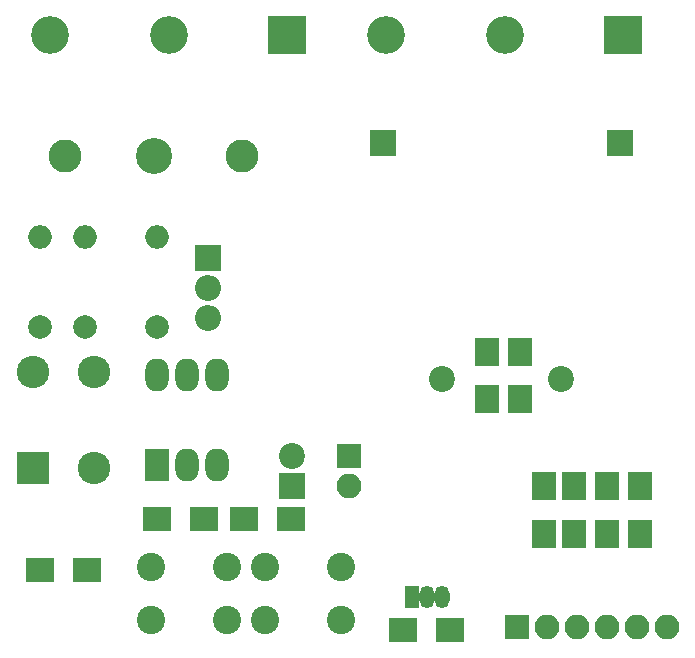
<source format=gbs>
G04 #@! TF.FileFunction,Soldermask,Bot*
%FSLAX46Y46*%
G04 Gerber Fmt 4.6, Leading zero omitted, Abs format (unit mm)*
G04 Created by KiCad (PCBNEW 4.0.7) date Sun Oct 15 11:09:15 2017*
%MOMM*%
%LPD*%
G01*
G04 APERTURE LIST*
%ADD10C,0.100000*%
%ADD11R,2.000000X2.400000*%
%ADD12R,2.750000X2.750000*%
%ADD13C,2.750000*%
%ADD14R,2.200000X2.200000*%
%ADD15C,2.200000*%
%ADD16C,2.800000*%
%ADD17C,3.050000*%
%ADD18R,2.100000X2.100000*%
%ADD19O,2.100000X2.100000*%
%ADD20C,3.200000*%
%ADD21R,3.200000X3.200000*%
%ADD22O,1.300000X1.900000*%
%ADD23R,1.300000X1.900000*%
%ADD24R,2.100000X2.400000*%
%ADD25R,2.400000X2.100000*%
%ADD26C,2.000000*%
%ADD27O,2.000000X2.000000*%
%ADD28C,2.400000*%
%ADD29R,2.000000X2.800000*%
%ADD30O,2.000000X2.800000*%
%ADD31O,2.200000X2.200000*%
G04 APERTURE END LIST*
D10*
D11*
X166116000Y-113824000D03*
X166116000Y-117824000D03*
X174244000Y-113824000D03*
X174244000Y-117824000D03*
D12*
X122876000Y-112304000D03*
D13*
X128076000Y-104104000D03*
X128076000Y-112304000D03*
X122876000Y-104104000D03*
D14*
X144780000Y-113792000D03*
D15*
X144780000Y-111252000D03*
D16*
X125596000Y-85852000D03*
X140596000Y-85852000D03*
D17*
X133096000Y-85852000D03*
D18*
X163830000Y-125730000D03*
D19*
X166370000Y-125730000D03*
X168910000Y-125730000D03*
X171450000Y-125730000D03*
X173990000Y-125730000D03*
X176530000Y-125730000D03*
D20*
X134366000Y-75588000D03*
D21*
X144366000Y-75588000D03*
D20*
X124366000Y-75588000D03*
X162814000Y-75588000D03*
D21*
X172814000Y-75588000D03*
D20*
X152814000Y-75588000D03*
D18*
X149606000Y-111252000D03*
D19*
X149606000Y-113792000D03*
D22*
X156210000Y-123190000D03*
X157480000Y-123190000D03*
D23*
X154940000Y-123190000D03*
D24*
X171450000Y-113824000D03*
X171450000Y-117824000D03*
X164084000Y-102426000D03*
X164084000Y-106426000D03*
X161290000Y-106426000D03*
X161290000Y-102426000D03*
X168656000Y-117824000D03*
X168656000Y-113824000D03*
D25*
X158210000Y-125984000D03*
X154210000Y-125984000D03*
D26*
X127254000Y-100330000D03*
D27*
X127254000Y-92710000D03*
D26*
X123444000Y-100330000D03*
D27*
X123444000Y-92710000D03*
D26*
X133350000Y-100330000D03*
D27*
X133350000Y-92710000D03*
D25*
X127476000Y-120904000D03*
X123476000Y-120904000D03*
X137382000Y-116586000D03*
X133382000Y-116586000D03*
X140748000Y-116586000D03*
X144748000Y-116586000D03*
D28*
X148994000Y-120650000D03*
X148994000Y-125150000D03*
X142494000Y-120650000D03*
X142494000Y-125150000D03*
X139342000Y-120650000D03*
X139342000Y-125150000D03*
X132842000Y-120650000D03*
X132842000Y-125150000D03*
D14*
X152560000Y-84742000D03*
X172560000Y-84742000D03*
D15*
X167560000Y-104742000D03*
X157560000Y-104742000D03*
D29*
X133350000Y-112014000D03*
D30*
X138430000Y-104394000D03*
X135890000Y-112014000D03*
X135890000Y-104394000D03*
X138430000Y-112014000D03*
X133350000Y-104394000D03*
D14*
X137668000Y-94488000D03*
D31*
X137668000Y-97028000D03*
X137668000Y-99568000D03*
M02*

</source>
